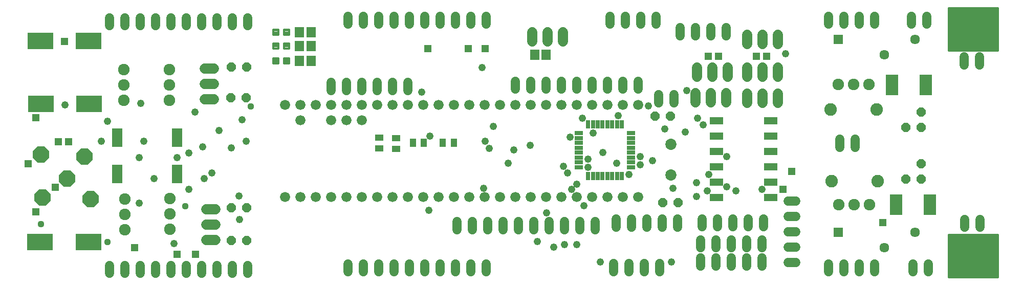
<source format=gts>
G75*
%MOIN*%
%OFA0B0*%
%FSLAX25Y25*%
%IPPOS*%
%LPD*%
%AMOC8*
5,1,8,0,0,1.08239X$1,22.5*
%
%ADD10C,0.01600*%
%ADD11OC8,0.06000*%
%ADD12C,0.06800*%
%ADD13OC8,0.10800*%
%ADD14R,0.08700X0.05100*%
%ADD15C,0.06600*%
%ADD16C,0.07550*%
%ADD17R,0.05800X0.03000*%
%ADD18R,0.03000X0.05800*%
%ADD19C,0.07300*%
%ADD20C,0.06000*%
%ADD21R,0.16548X0.10643*%
%ADD22R,0.06981X0.11902*%
%ADD23R,0.03950X0.05524*%
%ADD24R,0.05524X0.03950*%
%ADD25R,0.06343X0.06343*%
%ADD26C,0.06343*%
%ADD27R,0.07887X0.13398*%
%ADD28C,0.08200*%
%ADD29R,0.05918X0.06706*%
%ADD30C,0.01421*%
%ADD31R,0.02769X0.13792*%
%ADD32R,0.02375X0.02769*%
%ADD33R,0.05918X0.13792*%
%ADD34R,0.04737X0.05131*%
%ADD35R,0.05131X0.04737*%
%ADD36C,0.04762*%
%ADD37R,0.04762X0.04762*%
%ADD38C,0.04369*%
%ADD39R,0.03400X0.03400*%
D10*
X0719526Y0125902D02*
X0751022Y0125902D01*
X0751022Y0153461D01*
X0719526Y0153461D01*
X0719526Y0125902D01*
X0719526Y0127130D02*
X0751022Y0127130D01*
X0751022Y0128729D02*
X0719526Y0128729D01*
X0719526Y0130327D02*
X0751022Y0130327D01*
X0751022Y0131926D02*
X0719526Y0131926D01*
X0719526Y0133524D02*
X0751022Y0133524D01*
X0751022Y0135123D02*
X0719526Y0135123D01*
X0719526Y0136721D02*
X0751022Y0136721D01*
X0751022Y0138320D02*
X0719526Y0138320D01*
X0719526Y0139918D02*
X0751022Y0139918D01*
X0751022Y0141517D02*
X0719526Y0141517D01*
X0719526Y0143115D02*
X0751022Y0143115D01*
X0751022Y0144714D02*
X0719526Y0144714D01*
X0719526Y0146312D02*
X0751022Y0146312D01*
X0751022Y0147911D02*
X0719526Y0147911D01*
X0719526Y0149509D02*
X0751022Y0149509D01*
X0751022Y0151108D02*
X0719526Y0151108D01*
X0719526Y0152706D02*
X0751022Y0152706D01*
X0751022Y0273539D02*
X0719526Y0273539D01*
X0719526Y0301098D01*
X0751022Y0301098D01*
X0751022Y0273539D01*
X0751022Y0274193D02*
X0719526Y0274193D01*
X0719526Y0275792D02*
X0751022Y0275792D01*
X0751022Y0277390D02*
X0719526Y0277390D01*
X0719526Y0278989D02*
X0751022Y0278989D01*
X0751022Y0280587D02*
X0719526Y0280587D01*
X0719526Y0282186D02*
X0751022Y0282186D01*
X0751022Y0283784D02*
X0719526Y0283784D01*
X0719526Y0285383D02*
X0751022Y0285383D01*
X0751022Y0286981D02*
X0719526Y0286981D01*
X0719526Y0288580D02*
X0751022Y0288580D01*
X0751022Y0290178D02*
X0719526Y0290178D01*
X0719526Y0291777D02*
X0751022Y0291777D01*
X0751022Y0293375D02*
X0719526Y0293375D01*
X0719526Y0294974D02*
X0751022Y0294974D01*
X0751022Y0296572D02*
X0719526Y0296572D01*
X0719526Y0298171D02*
X0751022Y0298171D01*
X0751022Y0299769D02*
X0719526Y0299769D01*
D11*
X0701396Y0233264D03*
X0701396Y0223264D03*
X0691396Y0223264D03*
X0701396Y0199799D03*
X0701396Y0189799D03*
X0691396Y0189799D03*
X0543148Y0174209D03*
X0533148Y0174209D03*
X0538089Y0230665D03*
X0528089Y0230665D03*
X0261573Y0242634D03*
X0251573Y0242634D03*
X0251967Y0262594D03*
X0261967Y0262594D03*
X0261967Y0171020D03*
X0251967Y0171020D03*
X0251967Y0149681D03*
X0261967Y0149681D03*
D12*
X0241581Y0149988D02*
X0235581Y0149988D01*
X0235581Y0159988D02*
X0241581Y0159988D01*
X0241581Y0169988D02*
X0235581Y0169988D01*
X0234793Y0241650D02*
X0240793Y0241650D01*
X0240793Y0251650D02*
X0234793Y0251650D01*
X0234793Y0261650D02*
X0240793Y0261650D01*
X0448112Y0279382D02*
X0448112Y0285382D01*
X0458112Y0285382D02*
X0458112Y0279382D01*
X0468112Y0279382D02*
X0468112Y0285382D01*
X0555297Y0262374D02*
X0555297Y0256374D01*
X0565297Y0256374D02*
X0565297Y0262374D01*
X0575297Y0262374D02*
X0575297Y0256374D01*
X0587974Y0256453D02*
X0587974Y0262453D01*
X0597974Y0262453D02*
X0597974Y0256453D01*
X0607974Y0256453D02*
X0607974Y0262453D01*
X0608100Y0277835D02*
X0608100Y0283835D01*
X0598100Y0283835D02*
X0598100Y0277835D01*
X0588100Y0277835D02*
X0588100Y0283835D01*
X0587974Y0245366D02*
X0587974Y0239366D01*
X0597974Y0239366D02*
X0597974Y0245366D01*
X0607974Y0245366D02*
X0607974Y0239366D01*
X0574510Y0239681D02*
X0574510Y0245681D01*
X0564510Y0245681D02*
X0564510Y0239681D01*
X0554510Y0239681D02*
X0554510Y0245681D01*
D13*
X0160510Y0176807D03*
X0145116Y0189878D03*
X0129014Y0177516D03*
X0128069Y0205665D03*
X0156415Y0204484D03*
D14*
X0567889Y0207634D03*
X0567889Y0217634D03*
X0567889Y0227634D03*
X0603289Y0227634D03*
X0603289Y0217634D03*
X0603289Y0207634D03*
X0603289Y0197634D03*
X0603289Y0187634D03*
X0603289Y0177634D03*
X0567889Y0177634D03*
X0567889Y0187634D03*
X0567889Y0197634D03*
D15*
X0517100Y0177862D03*
X0507100Y0177862D03*
X0497100Y0177862D03*
X0487100Y0177862D03*
X0477100Y0177862D03*
X0467100Y0177862D03*
X0457100Y0177862D03*
X0447100Y0177862D03*
X0437100Y0177862D03*
X0427100Y0177862D03*
X0417100Y0177862D03*
X0407100Y0177862D03*
X0397100Y0177862D03*
X0387100Y0177862D03*
X0377100Y0177862D03*
X0367100Y0177862D03*
X0357100Y0177862D03*
X0347100Y0177862D03*
X0337100Y0177862D03*
X0327100Y0177862D03*
X0317100Y0177862D03*
X0307100Y0177862D03*
X0297100Y0177862D03*
X0287100Y0177862D03*
X0297100Y0227862D03*
X0297100Y0237862D03*
X0287100Y0237862D03*
X0307100Y0237862D03*
X0317100Y0237862D03*
X0327100Y0237862D03*
X0337100Y0237862D03*
X0347100Y0237862D03*
X0357100Y0237862D03*
X0367100Y0237862D03*
X0377100Y0237862D03*
X0387100Y0237862D03*
X0397100Y0237862D03*
X0407100Y0237862D03*
X0417100Y0237862D03*
X0427100Y0237862D03*
X0437100Y0237862D03*
X0447100Y0237862D03*
X0457100Y0237862D03*
X0467100Y0237862D03*
X0477100Y0237862D03*
X0487100Y0237862D03*
X0497100Y0237862D03*
X0507100Y0237862D03*
X0517100Y0237862D03*
X0337100Y0227862D03*
X0327100Y0227862D03*
X0317100Y0227862D03*
D16*
X0211793Y0240941D03*
X0211793Y0250941D03*
X0211793Y0260941D03*
X0181998Y0260862D03*
X0181998Y0250862D03*
X0181998Y0240862D03*
X0182675Y0176650D03*
X0182675Y0166650D03*
X0182675Y0156650D03*
X0212085Y0157043D03*
X0212085Y0167043D03*
X0212085Y0177043D03*
X0647852Y0173146D03*
X0657852Y0173146D03*
X0667852Y0173146D03*
X0667360Y0251394D03*
X0657360Y0251394D03*
X0647360Y0251394D03*
D17*
X0512323Y0219531D03*
X0512323Y0216382D03*
X0512323Y0213232D03*
X0512323Y0210083D03*
X0512323Y0206933D03*
X0512323Y0203783D03*
X0512323Y0200634D03*
X0512323Y0197484D03*
X0478523Y0197484D03*
X0478523Y0200634D03*
X0478523Y0203783D03*
X0478523Y0206933D03*
X0478523Y0210083D03*
X0478523Y0213232D03*
X0478523Y0216382D03*
X0478523Y0219531D03*
D18*
X0484400Y0225408D03*
X0487549Y0225408D03*
X0490699Y0225408D03*
X0493848Y0225408D03*
X0496998Y0225408D03*
X0500148Y0225408D03*
X0503297Y0225408D03*
X0506447Y0225408D03*
X0506447Y0191608D03*
X0503297Y0191608D03*
X0500148Y0191608D03*
X0496998Y0191608D03*
X0493848Y0191608D03*
X0490699Y0191608D03*
X0487549Y0191608D03*
X0484400Y0191608D03*
D19*
X0538435Y0192185D03*
X0538435Y0212185D03*
D20*
X0172557Y0133423D02*
X0172557Y0128223D01*
X0182557Y0128223D02*
X0182557Y0133423D01*
X0192557Y0133423D02*
X0192557Y0128223D01*
X0202557Y0128223D02*
X0202557Y0133423D01*
X0212557Y0133423D02*
X0212557Y0128223D01*
X0222557Y0128223D02*
X0222557Y0133423D01*
X0232557Y0133423D02*
X0232557Y0128223D01*
X0242557Y0128223D02*
X0242557Y0133423D01*
X0252557Y0133423D02*
X0252557Y0128223D01*
X0262557Y0128223D02*
X0262557Y0133423D01*
X0328069Y0134407D02*
X0328069Y0129207D01*
X0338069Y0129207D02*
X0338069Y0134407D01*
X0348069Y0134407D02*
X0348069Y0129207D01*
X0358069Y0129207D02*
X0358069Y0134407D01*
X0368069Y0134407D02*
X0368069Y0129207D01*
X0378069Y0129207D02*
X0378069Y0134407D01*
X0388069Y0134407D02*
X0388069Y0129207D01*
X0398069Y0129207D02*
X0398069Y0134407D01*
X0408069Y0134407D02*
X0408069Y0129207D01*
X0418069Y0129207D02*
X0418069Y0134407D01*
X0418935Y0156766D02*
X0418935Y0161966D01*
X0408935Y0161966D02*
X0408935Y0156766D01*
X0398935Y0156766D02*
X0398935Y0161966D01*
X0428935Y0161966D02*
X0428935Y0156766D01*
X0438935Y0156766D02*
X0438935Y0161966D01*
X0448935Y0161966D02*
X0448935Y0156766D01*
X0458935Y0156766D02*
X0458935Y0161966D01*
X0468935Y0161966D02*
X0468935Y0156766D01*
X0478935Y0156766D02*
X0478935Y0161966D01*
X0488935Y0161966D02*
X0488935Y0156766D01*
X0502872Y0158490D02*
X0502872Y0163690D01*
X0512872Y0163690D02*
X0512872Y0158490D01*
X0522872Y0158490D02*
X0522872Y0163690D01*
X0532872Y0163690D02*
X0532872Y0158490D01*
X0542872Y0158490D02*
X0542872Y0163690D01*
X0558667Y0163738D02*
X0558667Y0158538D01*
X0568667Y0158538D02*
X0568667Y0163738D01*
X0578667Y0163738D02*
X0578667Y0158538D01*
X0588667Y0158538D02*
X0588667Y0163738D01*
X0598667Y0163738D02*
X0598667Y0158538D01*
X0614563Y0155429D02*
X0619763Y0155429D01*
X0619763Y0145429D02*
X0614563Y0145429D01*
X0597793Y0144955D02*
X0597793Y0150155D01*
X0587793Y0150155D02*
X0587793Y0144955D01*
X0587793Y0138344D02*
X0587793Y0133144D01*
X0597793Y0133144D02*
X0597793Y0138344D01*
X0614563Y0135429D02*
X0619763Y0135429D01*
X0640963Y0134407D02*
X0640963Y0129207D01*
X0650963Y0129207D02*
X0650963Y0134407D01*
X0660963Y0134407D02*
X0660963Y0129207D01*
X0670963Y0129207D02*
X0670963Y0134407D01*
X0696081Y0134407D02*
X0696081Y0129207D01*
X0706081Y0129207D02*
X0706081Y0134407D01*
X0729545Y0158243D02*
X0729545Y0163443D01*
X0739545Y0163443D02*
X0739545Y0158243D01*
X0658344Y0210408D02*
X0658344Y0215608D01*
X0648344Y0215608D02*
X0648344Y0210408D01*
X0619763Y0175429D02*
X0614563Y0175429D01*
X0614563Y0165429D02*
X0619763Y0165429D01*
X0577793Y0150155D02*
X0577793Y0144955D01*
X0567793Y0144955D02*
X0567793Y0150155D01*
X0557793Y0150155D02*
X0557793Y0144955D01*
X0557793Y0138344D02*
X0557793Y0133144D01*
X0567793Y0133144D02*
X0567793Y0138344D01*
X0577793Y0138344D02*
X0577793Y0133144D01*
X0530938Y0134607D02*
X0530938Y0129407D01*
X0520938Y0129407D02*
X0520938Y0134607D01*
X0510938Y0134607D02*
X0510938Y0129407D01*
X0500938Y0129407D02*
X0500938Y0134607D01*
X0530234Y0239443D02*
X0530234Y0244643D01*
X0517203Y0248302D02*
X0517203Y0253502D01*
X0507203Y0253502D02*
X0507203Y0248302D01*
X0497203Y0248302D02*
X0497203Y0253502D01*
X0487203Y0253502D02*
X0487203Y0248302D01*
X0477203Y0248302D02*
X0477203Y0253502D01*
X0467203Y0253502D02*
X0467203Y0248302D01*
X0457203Y0248302D02*
X0457203Y0253502D01*
X0447203Y0253502D02*
X0447203Y0248302D01*
X0437203Y0248302D02*
X0437203Y0253502D01*
X0367065Y0252517D02*
X0367065Y0247317D01*
X0357065Y0247317D02*
X0357065Y0252517D01*
X0347065Y0252517D02*
X0347065Y0247317D01*
X0337065Y0247317D02*
X0337065Y0252517D01*
X0327065Y0252517D02*
X0327065Y0247317D01*
X0317065Y0247317D02*
X0317065Y0252517D01*
X0328069Y0290624D02*
X0328069Y0295824D01*
X0338069Y0295824D02*
X0338069Y0290624D01*
X0348069Y0290624D02*
X0348069Y0295824D01*
X0358069Y0295824D02*
X0358069Y0290624D01*
X0368069Y0290624D02*
X0368069Y0295824D01*
X0378069Y0295824D02*
X0378069Y0290624D01*
X0388069Y0290624D02*
X0388069Y0295824D01*
X0398069Y0295824D02*
X0398069Y0290624D01*
X0408069Y0290624D02*
X0408069Y0295824D01*
X0418069Y0295824D02*
X0418069Y0290624D01*
X0498738Y0290624D02*
X0498738Y0295824D01*
X0508738Y0295824D02*
X0508738Y0290624D01*
X0518738Y0290624D02*
X0518738Y0295824D01*
X0528738Y0295824D02*
X0528738Y0290624D01*
X0544211Y0288210D02*
X0544211Y0283010D01*
X0554211Y0283010D02*
X0554211Y0288210D01*
X0564211Y0288210D02*
X0564211Y0283010D01*
X0574211Y0283010D02*
X0574211Y0288210D01*
X0640963Y0290624D02*
X0640963Y0295824D01*
X0650963Y0295824D02*
X0650963Y0290624D01*
X0660963Y0290624D02*
X0660963Y0295824D01*
X0670963Y0295824D02*
X0670963Y0290624D01*
X0695077Y0290624D02*
X0695077Y0295824D01*
X0705077Y0295824D02*
X0705077Y0290624D01*
X0729526Y0269250D02*
X0729526Y0264050D01*
X0739526Y0264050D02*
X0739526Y0269250D01*
X0540234Y0244643D02*
X0540234Y0239443D01*
X0262557Y0289640D02*
X0262557Y0294840D01*
X0252557Y0294840D02*
X0252557Y0289640D01*
X0242557Y0289640D02*
X0242557Y0294840D01*
X0232557Y0294840D02*
X0232557Y0289640D01*
X0222557Y0289640D02*
X0222557Y0294840D01*
X0212557Y0294840D02*
X0212557Y0289640D01*
X0202557Y0289640D02*
X0202557Y0294840D01*
X0192557Y0294840D02*
X0192557Y0289640D01*
X0182557Y0289640D02*
X0182557Y0294840D01*
X0172557Y0294840D02*
X0172557Y0289640D01*
D21*
X0159156Y0279642D03*
X0127659Y0279642D03*
X0128022Y0238547D03*
X0159518Y0238547D03*
X0158959Y0148539D03*
X0127463Y0148539D03*
D22*
X0177746Y0192972D03*
X0216801Y0192972D03*
X0216801Y0216831D03*
X0177746Y0216831D03*
D23*
X0370321Y0213461D03*
X0377407Y0213461D03*
X0389833Y0213461D03*
X0396919Y0213461D03*
D24*
X0359329Y0216413D03*
X0348423Y0216665D03*
X0348423Y0209579D03*
X0359329Y0209327D03*
D25*
X0647380Y0154858D03*
X0647380Y0280843D03*
D26*
X0677380Y0270843D03*
X0697380Y0280843D03*
X0697380Y0154858D03*
X0677380Y0144858D03*
D27*
X0684880Y0173146D03*
X0706927Y0173146D03*
X0704467Y0250902D03*
X0682419Y0250902D03*
D28*
X0672518Y0235154D03*
X0642518Y0235154D03*
X0643010Y0188402D03*
X0673010Y0188402D03*
D29*
X0457026Y0270587D03*
X0449545Y0270587D03*
X0303974Y0266650D03*
X0296494Y0266650D03*
X0296494Y0276492D03*
X0303974Y0276492D03*
X0303974Y0285350D03*
X0296494Y0285350D03*
D30*
X0289597Y0287008D02*
X0289597Y0283692D01*
X0286281Y0283692D01*
X0286281Y0287008D01*
X0289597Y0287008D01*
X0289597Y0285112D02*
X0286281Y0285112D01*
X0286281Y0286532D02*
X0289597Y0286532D01*
X0282691Y0287008D02*
X0282691Y0283692D01*
X0279375Y0283692D01*
X0279375Y0287008D01*
X0282691Y0287008D01*
X0282691Y0285112D02*
X0279375Y0285112D01*
X0279375Y0286532D02*
X0282691Y0286532D01*
X0282691Y0278150D02*
X0282691Y0274834D01*
X0279375Y0274834D01*
X0279375Y0278150D01*
X0282691Y0278150D01*
X0282691Y0276254D02*
X0279375Y0276254D01*
X0279375Y0277674D02*
X0282691Y0277674D01*
X0289597Y0278150D02*
X0289597Y0274834D01*
X0286281Y0274834D01*
X0286281Y0278150D01*
X0289597Y0278150D01*
X0289597Y0276254D02*
X0286281Y0276254D01*
X0286281Y0277674D02*
X0289597Y0277674D01*
X0289597Y0268308D02*
X0289597Y0264992D01*
X0286281Y0264992D01*
X0286281Y0268308D01*
X0289597Y0268308D01*
X0289597Y0266412D02*
X0286281Y0266412D01*
X0286281Y0267832D02*
X0289597Y0267832D01*
X0282691Y0268308D02*
X0282691Y0264992D01*
X0279375Y0264992D01*
X0279375Y0268308D01*
X0282691Y0268308D01*
X0282691Y0266412D02*
X0279375Y0266412D01*
X0279375Y0267832D02*
X0282691Y0267832D01*
D31*
X0728876Y0288303D03*
X0740687Y0288303D03*
X0740687Y0138697D03*
X0728876Y0138697D03*
D32*
X0727498Y0138697D03*
X0742065Y0138697D03*
X0742065Y0288303D03*
X0727498Y0288303D03*
D33*
X0734781Y0288303D03*
X0734781Y0138697D03*
D34*
X0600825Y0269602D03*
X0594132Y0269602D03*
X0569329Y0269602D03*
X0562636Y0269602D03*
D35*
X0146100Y0213992D03*
X0139407Y0213992D03*
D36*
X0167360Y0214484D03*
X0191967Y0203657D03*
X0194919Y0214484D03*
X0216573Y0203657D03*
X0224447Y0206610D03*
X0233305Y0210547D03*
X0244132Y0221374D03*
X0258896Y0228264D03*
X0261848Y0214484D03*
X0252006Y0210055D03*
X0239211Y0193815D03*
X0234289Y0189878D03*
X0224447Y0182988D03*
X0201809Y0189878D03*
X0191967Y0174130D03*
X0214604Y0147555D03*
X0257419Y0163303D03*
X0256927Y0178559D03*
X0171297Y0227280D03*
X0192951Y0239091D03*
X0228384Y0233185D03*
X0143738Y0238106D03*
X0376163Y0246370D03*
X0415486Y0262457D03*
X0480726Y0229390D03*
X0487876Y0219559D03*
X0472683Y0216878D03*
X0494132Y0207047D03*
X0484301Y0202579D03*
X0484301Y0197217D03*
X0470896Y0193642D03*
X0468215Y0198110D03*
X0477152Y0186492D03*
X0473577Y0182917D03*
X0481620Y0172193D03*
X0457490Y0167724D03*
X0451234Y0148957D03*
X0461959Y0145382D03*
X0469108Y0147169D03*
X0477152Y0147169D03*
X0492238Y0135551D03*
X0538817Y0135551D03*
X0554904Y0178449D03*
X0562053Y0182024D03*
X0554904Y0187386D03*
X0562947Y0192748D03*
X0574565Y0184705D03*
X0580821Y0182024D03*
X0597801Y0182917D03*
X0574565Y0204366D03*
X0547754Y0220453D03*
X0559372Y0224921D03*
X0555797Y0229390D03*
X0534348Y0222240D03*
X0523624Y0237433D03*
X0503963Y0231177D03*
X0548648Y0247264D03*
X0612994Y0271394D03*
X0518262Y0204366D03*
X0526305Y0201685D03*
X0518262Y0199004D03*
X0511112Y0192748D03*
X0503069Y0199898D03*
X0539711Y0183811D03*
X0446766Y0211516D03*
X0436041Y0208835D03*
X0419955Y0209728D03*
X0417274Y0214197D03*
X0422636Y0224028D03*
X0381526Y0217772D03*
X0432467Y0199898D03*
X0416380Y0183811D03*
X0380632Y0169512D03*
D37*
X0228876Y0140665D03*
X0216573Y0140665D03*
X0189014Y0145094D03*
X0124545Y0168224D03*
X0137341Y0184465D03*
X0119624Y0199720D03*
X0124545Y0229740D03*
X0143246Y0279445D03*
X0379959Y0274524D03*
X0406533Y0274524D03*
X0417360Y0274524D03*
X0617163Y0194799D03*
X0611258Y0182988D03*
X0676219Y0161335D03*
D38*
X0264801Y0237122D03*
X0221986Y0172161D03*
X0171297Y0148539D03*
X0127990Y0160350D03*
D39*
X0728482Y0147417D03*
X0730982Y0147417D03*
X0733482Y0147417D03*
X0733482Y0144917D03*
X0733482Y0142417D03*
X0733482Y0139917D03*
X0733482Y0137417D03*
X0733482Y0134917D03*
X0733482Y0132417D03*
X0733482Y0129917D03*
X0730982Y0129917D03*
X0728482Y0129917D03*
X0735982Y0129917D03*
X0738482Y0129917D03*
X0740982Y0129917D03*
X0735982Y0132417D03*
X0735982Y0134917D03*
X0735982Y0137417D03*
X0735982Y0139917D03*
X0735982Y0142417D03*
X0735982Y0144917D03*
X0735982Y0147417D03*
X0735982Y0147417D03*
X0735982Y0147417D03*
X0738482Y0147417D03*
X0740982Y0147417D03*
X0740982Y0279720D03*
X0738482Y0279720D03*
X0735982Y0279720D03*
X0733482Y0279720D03*
X0730982Y0279720D03*
X0728482Y0279720D03*
X0733482Y0282220D03*
X0735982Y0282220D03*
X0735982Y0284720D03*
X0733482Y0284720D03*
X0733482Y0287220D03*
X0735982Y0287220D03*
X0735982Y0289720D03*
X0733482Y0289720D03*
X0733482Y0292220D03*
X0735982Y0292220D03*
X0735982Y0294720D03*
X0733482Y0294720D03*
X0733482Y0297220D03*
X0730982Y0297220D03*
X0728482Y0297220D03*
X0735982Y0297220D03*
X0738482Y0297220D03*
X0740982Y0297220D03*
M02*

</source>
